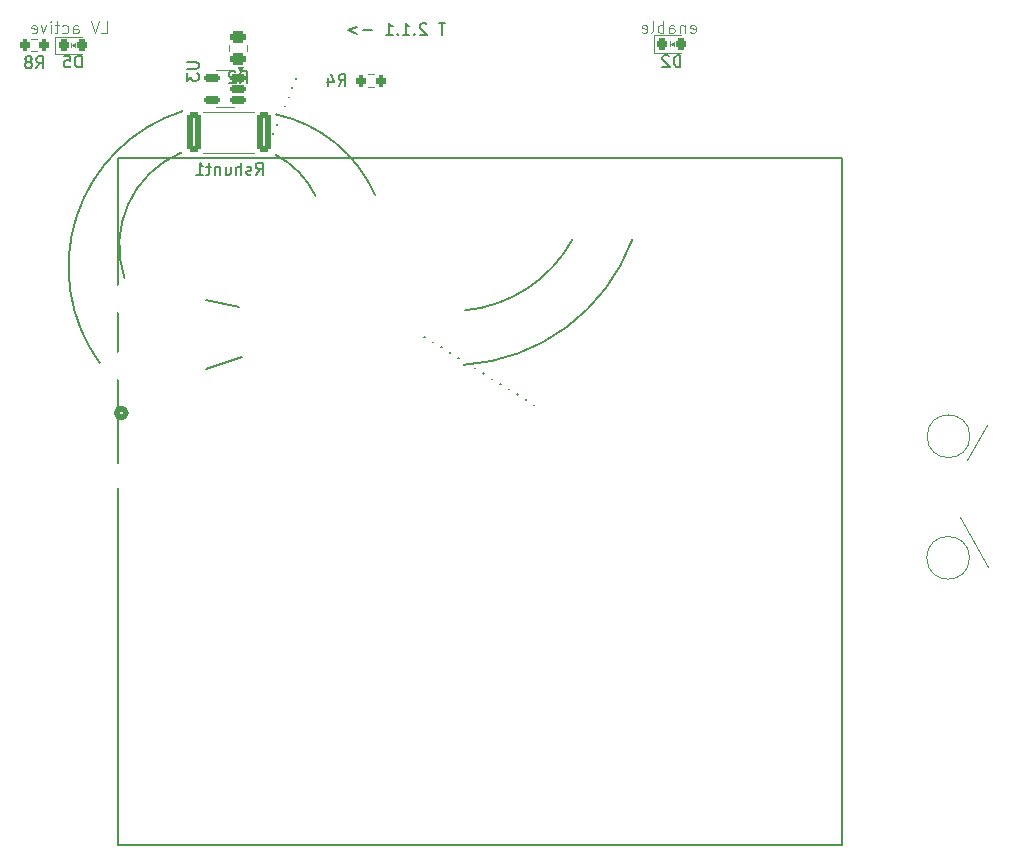
<source format=gbr>
%TF.GenerationSoftware,KiCad,Pcbnew,9.0.0*%
%TF.CreationDate,2025-03-29T15:41:40+01:00*%
%TF.ProjectId,TDK_DCDC_pcb,54444b5f-4443-4444-935f-7063622e6b69,rev?*%
%TF.SameCoordinates,Original*%
%TF.FileFunction,Legend,Bot*%
%TF.FilePolarity,Positive*%
%FSLAX46Y46*%
G04 Gerber Fmt 4.6, Leading zero omitted, Abs format (unit mm)*
G04 Created by KiCad (PCBNEW 9.0.0) date 2025-03-29 15:41:40*
%MOMM*%
%LPD*%
G01*
G04 APERTURE LIST*
G04 Aperture macros list*
%AMRoundRect*
0 Rectangle with rounded corners*
0 $1 Rounding radius*
0 $2 $3 $4 $5 $6 $7 $8 $9 X,Y pos of 4 corners*
0 Add a 4 corners polygon primitive as box body*
4,1,4,$2,$3,$4,$5,$6,$7,$8,$9,$2,$3,0*
0 Add four circle primitives for the rounded corners*
1,1,$1+$1,$2,$3*
1,1,$1+$1,$4,$5*
1,1,$1+$1,$6,$7*
1,1,$1+$1,$8,$9*
0 Add four rect primitives between the rounded corners*
20,1,$1+$1,$2,$3,$4,$5,0*
20,1,$1+$1,$4,$5,$6,$7,0*
20,1,$1+$1,$6,$7,$8,$9,0*
20,1,$1+$1,$8,$9,$2,$3,0*%
G04 Aperture macros list end*
%ADD10C,0.200000*%
%ADD11C,0.100000*%
%ADD12C,0.150000*%
%ADD13C,0.508000*%
%ADD14C,0.152400*%
%ADD15C,0.120000*%
%ADD16C,1.500000*%
%ADD17R,2.400000X2.400000*%
%ADD18C,2.400000*%
%ADD19R,2.000000X2.000000*%
%ADD20C,2.000000*%
%ADD21C,7.400000*%
%ADD22C,2.540000*%
%ADD23C,3.048000*%
%ADD24C,2.362200*%
%ADD25R,1.752600X1.752600*%
%ADD26R,2.768600X2.768600*%
%ADD27RoundRect,0.200000X0.200000X0.275000X-0.200000X0.275000X-0.200000X-0.275000X0.200000X-0.275000X0*%
%ADD28RoundRect,0.218750X-0.218750X-0.256250X0.218750X-0.256250X0.218750X0.256250X-0.218750X0.256250X0*%
%ADD29RoundRect,0.250000X0.450000X-0.262500X0.450000X0.262500X-0.450000X0.262500X-0.450000X-0.262500X0*%
%ADD30RoundRect,0.150000X0.512500X0.150000X-0.512500X0.150000X-0.512500X-0.150000X0.512500X-0.150000X0*%
%ADD31RoundRect,0.250000X0.362500X1.425000X-0.362500X1.425000X-0.362500X-1.425000X0.362500X-1.425000X0*%
G04 APERTURE END LIST*
D10*
X113894676Y-83241658D02*
G75*
G02*
X118700002Y-72584182I8105324J2757478D01*
G01*
D11*
X160090000Y-63380000D02*
X160090000Y-63180000D01*
X109370000Y-63290000D02*
X109370000Y-63670000D01*
D10*
X151799286Y-79966623D02*
G75*
G02*
X142716882Y-85948983I-10200086J5600123D01*
G01*
D11*
X160330000Y-63280000D02*
X160320000Y-63460000D01*
X109450000Y-63490000D02*
X109670000Y-63300000D01*
X185430110Y-106900000D02*
G75*
G02*
X181809890Y-106900000I-1810110J0D01*
G01*
X181809890Y-106900000D02*
G75*
G02*
X185430110Y-106900000I1810110J0D01*
G01*
D10*
X126730000Y-69360000D02*
G75*
G02*
X135099957Y-76180019I-2497200J-11610800D01*
G01*
D11*
X109370000Y-63490000D02*
X109370000Y-63290000D01*
X184590000Y-103460000D02*
X186990000Y-107690000D01*
D10*
X126698362Y-72787327D02*
G75*
G02*
X130060001Y-76260000I-3521762J-6772573D01*
G01*
D11*
X185460110Y-96610000D02*
G75*
G02*
X181839890Y-96610000I-1810110J0D01*
G01*
X181839890Y-96610000D02*
G75*
G02*
X185460110Y-96610000I1810110J0D01*
G01*
D10*
X123600000Y-85684177D02*
X120800000Y-85084177D01*
D11*
X109670000Y-63490000D02*
X109450000Y-63490000D01*
X160170000Y-63380000D02*
X160390000Y-63570000D01*
D10*
X148590000Y-93960000D02*
X148556026Y-93938886D01*
X147876555Y-93516608D02*
X147842582Y-93495494D01*
X147163111Y-93073216D02*
X147129137Y-93052102D01*
X146449666Y-92629824D02*
X146415692Y-92608710D01*
X145736221Y-92186431D02*
X145702247Y-92165318D01*
X145022776Y-91743039D02*
X144988803Y-91721925D01*
X144309332Y-91299647D02*
X144275358Y-91278533D01*
X143595887Y-90856255D02*
X143561913Y-90835141D01*
X142882442Y-90412863D02*
X142848468Y-90391749D01*
X142168997Y-89969471D02*
X142135024Y-89948357D01*
X141455553Y-89526079D02*
X141421579Y-89504965D01*
X140742108Y-89082686D02*
X140708134Y-89061572D01*
X140028663Y-88639294D02*
X139994689Y-88618180D01*
X139315218Y-88195902D02*
X139281245Y-88174788D01*
X123800000Y-89884177D02*
X120800000Y-90884177D01*
X156877327Y-79967409D02*
G75*
G02*
X142581898Y-90563771I-15300027J5700009D01*
G01*
D11*
X160170000Y-63380000D02*
X160390000Y-63190000D01*
X109610000Y-63390000D02*
X109600000Y-63570000D01*
X109450000Y-63490000D02*
X109670000Y-63680000D01*
X160090000Y-63180000D02*
X160090000Y-63560000D01*
X160390000Y-63380000D02*
X160170000Y-63380000D01*
D10*
X126500000Y-71000000D02*
X126515234Y-70963014D01*
X126819907Y-70223302D02*
X126835141Y-70186317D01*
X127139814Y-69446605D02*
X127155048Y-69409619D01*
X127459722Y-68669907D02*
X127474955Y-68632921D01*
X127779629Y-67893209D02*
X127794862Y-67856223D01*
X128099536Y-67116511D02*
X128114770Y-67079526D01*
X128419443Y-66339814D02*
X128434677Y-66302828D01*
D11*
X160390000Y-63570000D02*
X160390000Y-63190000D01*
D10*
X111790000Y-90410000D02*
G75*
G02*
X118799999Y-69084173I11203240J8132430D01*
G01*
D11*
X109670000Y-63680000D02*
X109670000Y-63300000D01*
X185180000Y-98660000D02*
X186950000Y-95640000D01*
X111919925Y-62472419D02*
X112396115Y-62472419D01*
X112396115Y-62472419D02*
X112396115Y-61472419D01*
X111729448Y-61472419D02*
X111396115Y-62472419D01*
X111396115Y-62472419D02*
X111062782Y-61472419D01*
X109538972Y-62472419D02*
X109538972Y-61948609D01*
X109538972Y-61948609D02*
X109586591Y-61853371D01*
X109586591Y-61853371D02*
X109681829Y-61805752D01*
X109681829Y-61805752D02*
X109872305Y-61805752D01*
X109872305Y-61805752D02*
X109967543Y-61853371D01*
X109538972Y-62424800D02*
X109634210Y-62472419D01*
X109634210Y-62472419D02*
X109872305Y-62472419D01*
X109872305Y-62472419D02*
X109967543Y-62424800D01*
X109967543Y-62424800D02*
X110015162Y-62329561D01*
X110015162Y-62329561D02*
X110015162Y-62234323D01*
X110015162Y-62234323D02*
X109967543Y-62139085D01*
X109967543Y-62139085D02*
X109872305Y-62091466D01*
X109872305Y-62091466D02*
X109634210Y-62091466D01*
X109634210Y-62091466D02*
X109538972Y-62043847D01*
X108634210Y-62424800D02*
X108729448Y-62472419D01*
X108729448Y-62472419D02*
X108919924Y-62472419D01*
X108919924Y-62472419D02*
X109015162Y-62424800D01*
X109015162Y-62424800D02*
X109062781Y-62377180D01*
X109062781Y-62377180D02*
X109110400Y-62281942D01*
X109110400Y-62281942D02*
X109110400Y-61996228D01*
X109110400Y-61996228D02*
X109062781Y-61900990D01*
X109062781Y-61900990D02*
X109015162Y-61853371D01*
X109015162Y-61853371D02*
X108919924Y-61805752D01*
X108919924Y-61805752D02*
X108729448Y-61805752D01*
X108729448Y-61805752D02*
X108634210Y-61853371D01*
X108348495Y-61805752D02*
X107967543Y-61805752D01*
X108205638Y-61472419D02*
X108205638Y-62329561D01*
X108205638Y-62329561D02*
X108158019Y-62424800D01*
X108158019Y-62424800D02*
X108062781Y-62472419D01*
X108062781Y-62472419D02*
X107967543Y-62472419D01*
X107634209Y-62472419D02*
X107634209Y-61805752D01*
X107634209Y-61472419D02*
X107681828Y-61520038D01*
X107681828Y-61520038D02*
X107634209Y-61567657D01*
X107634209Y-61567657D02*
X107586590Y-61520038D01*
X107586590Y-61520038D02*
X107634209Y-61472419D01*
X107634209Y-61472419D02*
X107634209Y-61567657D01*
X107253257Y-61805752D02*
X107015162Y-62472419D01*
X107015162Y-62472419D02*
X106777067Y-61805752D01*
X106015162Y-62424800D02*
X106110400Y-62472419D01*
X106110400Y-62472419D02*
X106300876Y-62472419D01*
X106300876Y-62472419D02*
X106396114Y-62424800D01*
X106396114Y-62424800D02*
X106443733Y-62329561D01*
X106443733Y-62329561D02*
X106443733Y-61948609D01*
X106443733Y-61948609D02*
X106396114Y-61853371D01*
X106396114Y-61853371D02*
X106300876Y-61805752D01*
X106300876Y-61805752D02*
X106110400Y-61805752D01*
X106110400Y-61805752D02*
X106015162Y-61853371D01*
X106015162Y-61853371D02*
X105967543Y-61948609D01*
X105967543Y-61948609D02*
X105967543Y-62043847D01*
X105967543Y-62043847D02*
X106443733Y-62139085D01*
D12*
X141056077Y-61619819D02*
X140484649Y-61619819D01*
X140770363Y-62619819D02*
X140770363Y-61619819D01*
X139437029Y-61715057D02*
X139389410Y-61667438D01*
X139389410Y-61667438D02*
X139294172Y-61619819D01*
X139294172Y-61619819D02*
X139056077Y-61619819D01*
X139056077Y-61619819D02*
X138960839Y-61667438D01*
X138960839Y-61667438D02*
X138913220Y-61715057D01*
X138913220Y-61715057D02*
X138865601Y-61810295D01*
X138865601Y-61810295D02*
X138865601Y-61905533D01*
X138865601Y-61905533D02*
X138913220Y-62048390D01*
X138913220Y-62048390D02*
X139484648Y-62619819D01*
X139484648Y-62619819D02*
X138865601Y-62619819D01*
X138437029Y-62524580D02*
X138389410Y-62572200D01*
X138389410Y-62572200D02*
X138437029Y-62619819D01*
X138437029Y-62619819D02*
X138484648Y-62572200D01*
X138484648Y-62572200D02*
X138437029Y-62524580D01*
X138437029Y-62524580D02*
X138437029Y-62619819D01*
X137437030Y-62619819D02*
X138008458Y-62619819D01*
X137722744Y-62619819D02*
X137722744Y-61619819D01*
X137722744Y-61619819D02*
X137817982Y-61762676D01*
X137817982Y-61762676D02*
X137913220Y-61857914D01*
X137913220Y-61857914D02*
X138008458Y-61905533D01*
X137008458Y-62524580D02*
X136960839Y-62572200D01*
X136960839Y-62572200D02*
X137008458Y-62619819D01*
X137008458Y-62619819D02*
X137056077Y-62572200D01*
X137056077Y-62572200D02*
X137008458Y-62524580D01*
X137008458Y-62524580D02*
X137008458Y-62619819D01*
X136008459Y-62619819D02*
X136579887Y-62619819D01*
X136294173Y-62619819D02*
X136294173Y-61619819D01*
X136294173Y-61619819D02*
X136389411Y-61762676D01*
X136389411Y-61762676D02*
X136484649Y-61857914D01*
X136484649Y-61857914D02*
X136579887Y-61905533D01*
X134817982Y-62238866D02*
X134056078Y-62238866D01*
X133579887Y-61953152D02*
X132817983Y-62238866D01*
X132817983Y-62238866D02*
X133579887Y-62524580D01*
D11*
X161805163Y-62414800D02*
X161900401Y-62462419D01*
X161900401Y-62462419D02*
X162090877Y-62462419D01*
X162090877Y-62462419D02*
X162186115Y-62414800D01*
X162186115Y-62414800D02*
X162233734Y-62319561D01*
X162233734Y-62319561D02*
X162233734Y-61938609D01*
X162233734Y-61938609D02*
X162186115Y-61843371D01*
X162186115Y-61843371D02*
X162090877Y-61795752D01*
X162090877Y-61795752D02*
X161900401Y-61795752D01*
X161900401Y-61795752D02*
X161805163Y-61843371D01*
X161805163Y-61843371D02*
X161757544Y-61938609D01*
X161757544Y-61938609D02*
X161757544Y-62033847D01*
X161757544Y-62033847D02*
X162233734Y-62129085D01*
X161328972Y-61795752D02*
X161328972Y-62462419D01*
X161328972Y-61890990D02*
X161281353Y-61843371D01*
X161281353Y-61843371D02*
X161186115Y-61795752D01*
X161186115Y-61795752D02*
X161043258Y-61795752D01*
X161043258Y-61795752D02*
X160948020Y-61843371D01*
X160948020Y-61843371D02*
X160900401Y-61938609D01*
X160900401Y-61938609D02*
X160900401Y-62462419D01*
X159995639Y-62462419D02*
X159995639Y-61938609D01*
X159995639Y-61938609D02*
X160043258Y-61843371D01*
X160043258Y-61843371D02*
X160138496Y-61795752D01*
X160138496Y-61795752D02*
X160328972Y-61795752D01*
X160328972Y-61795752D02*
X160424210Y-61843371D01*
X159995639Y-62414800D02*
X160090877Y-62462419D01*
X160090877Y-62462419D02*
X160328972Y-62462419D01*
X160328972Y-62462419D02*
X160424210Y-62414800D01*
X160424210Y-62414800D02*
X160471829Y-62319561D01*
X160471829Y-62319561D02*
X160471829Y-62224323D01*
X160471829Y-62224323D02*
X160424210Y-62129085D01*
X160424210Y-62129085D02*
X160328972Y-62081466D01*
X160328972Y-62081466D02*
X160090877Y-62081466D01*
X160090877Y-62081466D02*
X159995639Y-62033847D01*
X159519448Y-62462419D02*
X159519448Y-61462419D01*
X159519448Y-61843371D02*
X159424210Y-61795752D01*
X159424210Y-61795752D02*
X159233734Y-61795752D01*
X159233734Y-61795752D02*
X159138496Y-61843371D01*
X159138496Y-61843371D02*
X159090877Y-61890990D01*
X159090877Y-61890990D02*
X159043258Y-61986228D01*
X159043258Y-61986228D02*
X159043258Y-62271942D01*
X159043258Y-62271942D02*
X159090877Y-62367180D01*
X159090877Y-62367180D02*
X159138496Y-62414800D01*
X159138496Y-62414800D02*
X159233734Y-62462419D01*
X159233734Y-62462419D02*
X159424210Y-62462419D01*
X159424210Y-62462419D02*
X159519448Y-62414800D01*
X158471829Y-62462419D02*
X158567067Y-62414800D01*
X158567067Y-62414800D02*
X158614686Y-62319561D01*
X158614686Y-62319561D02*
X158614686Y-61462419D01*
X157709924Y-62414800D02*
X157805162Y-62462419D01*
X157805162Y-62462419D02*
X157995638Y-62462419D01*
X157995638Y-62462419D02*
X158090876Y-62414800D01*
X158090876Y-62414800D02*
X158138495Y-62319561D01*
X158138495Y-62319561D02*
X158138495Y-61938609D01*
X158138495Y-61938609D02*
X158090876Y-61843371D01*
X158090876Y-61843371D02*
X157995638Y-61795752D01*
X157995638Y-61795752D02*
X157805162Y-61795752D01*
X157805162Y-61795752D02*
X157709924Y-61843371D01*
X157709924Y-61843371D02*
X157662305Y-61938609D01*
X157662305Y-61938609D02*
X157662305Y-62033847D01*
X157662305Y-62033847D02*
X158138495Y-62129085D01*
D12*
X106416666Y-65454819D02*
X106749999Y-64978628D01*
X106988094Y-65454819D02*
X106988094Y-64454819D01*
X106988094Y-64454819D02*
X106607142Y-64454819D01*
X106607142Y-64454819D02*
X106511904Y-64502438D01*
X106511904Y-64502438D02*
X106464285Y-64550057D01*
X106464285Y-64550057D02*
X106416666Y-64645295D01*
X106416666Y-64645295D02*
X106416666Y-64788152D01*
X106416666Y-64788152D02*
X106464285Y-64883390D01*
X106464285Y-64883390D02*
X106511904Y-64931009D01*
X106511904Y-64931009D02*
X106607142Y-64978628D01*
X106607142Y-64978628D02*
X106988094Y-64978628D01*
X105845237Y-64883390D02*
X105940475Y-64835771D01*
X105940475Y-64835771D02*
X105988094Y-64788152D01*
X105988094Y-64788152D02*
X106035713Y-64692914D01*
X106035713Y-64692914D02*
X106035713Y-64645295D01*
X106035713Y-64645295D02*
X105988094Y-64550057D01*
X105988094Y-64550057D02*
X105940475Y-64502438D01*
X105940475Y-64502438D02*
X105845237Y-64454819D01*
X105845237Y-64454819D02*
X105654761Y-64454819D01*
X105654761Y-64454819D02*
X105559523Y-64502438D01*
X105559523Y-64502438D02*
X105511904Y-64550057D01*
X105511904Y-64550057D02*
X105464285Y-64645295D01*
X105464285Y-64645295D02*
X105464285Y-64692914D01*
X105464285Y-64692914D02*
X105511904Y-64788152D01*
X105511904Y-64788152D02*
X105559523Y-64835771D01*
X105559523Y-64835771D02*
X105654761Y-64883390D01*
X105654761Y-64883390D02*
X105845237Y-64883390D01*
X105845237Y-64883390D02*
X105940475Y-64931009D01*
X105940475Y-64931009D02*
X105988094Y-64978628D01*
X105988094Y-64978628D02*
X106035713Y-65073866D01*
X106035713Y-65073866D02*
X106035713Y-65264342D01*
X106035713Y-65264342D02*
X105988094Y-65359580D01*
X105988094Y-65359580D02*
X105940475Y-65407200D01*
X105940475Y-65407200D02*
X105845237Y-65454819D01*
X105845237Y-65454819D02*
X105654761Y-65454819D01*
X105654761Y-65454819D02*
X105559523Y-65407200D01*
X105559523Y-65407200D02*
X105511904Y-65359580D01*
X105511904Y-65359580D02*
X105464285Y-65264342D01*
X105464285Y-65264342D02*
X105464285Y-65073866D01*
X105464285Y-65073866D02*
X105511904Y-64978628D01*
X105511904Y-64978628D02*
X105559523Y-64931009D01*
X105559523Y-64931009D02*
X105654761Y-64883390D01*
X160950593Y-65354819D02*
X160950593Y-64354819D01*
X160950593Y-64354819D02*
X160712498Y-64354819D01*
X160712498Y-64354819D02*
X160569641Y-64402438D01*
X160569641Y-64402438D02*
X160474403Y-64497676D01*
X160474403Y-64497676D02*
X160426784Y-64592914D01*
X160426784Y-64592914D02*
X160379165Y-64783390D01*
X160379165Y-64783390D02*
X160379165Y-64926247D01*
X160379165Y-64926247D02*
X160426784Y-65116723D01*
X160426784Y-65116723D02*
X160474403Y-65211961D01*
X160474403Y-65211961D02*
X160569641Y-65307200D01*
X160569641Y-65307200D02*
X160712498Y-65354819D01*
X160712498Y-65354819D02*
X160950593Y-65354819D01*
X159998212Y-64450057D02*
X159950593Y-64402438D01*
X159950593Y-64402438D02*
X159855355Y-64354819D01*
X159855355Y-64354819D02*
X159617260Y-64354819D01*
X159617260Y-64354819D02*
X159522022Y-64402438D01*
X159522022Y-64402438D02*
X159474403Y-64450057D01*
X159474403Y-64450057D02*
X159426784Y-64545295D01*
X159426784Y-64545295D02*
X159426784Y-64640533D01*
X159426784Y-64640533D02*
X159474403Y-64783390D01*
X159474403Y-64783390D02*
X160045831Y-65354819D01*
X160045831Y-65354819D02*
X159426784Y-65354819D01*
X123666666Y-66704819D02*
X123999999Y-66228628D01*
X124238094Y-66704819D02*
X124238094Y-65704819D01*
X124238094Y-65704819D02*
X123857142Y-65704819D01*
X123857142Y-65704819D02*
X123761904Y-65752438D01*
X123761904Y-65752438D02*
X123714285Y-65800057D01*
X123714285Y-65800057D02*
X123666666Y-65895295D01*
X123666666Y-65895295D02*
X123666666Y-66038152D01*
X123666666Y-66038152D02*
X123714285Y-66133390D01*
X123714285Y-66133390D02*
X123761904Y-66181009D01*
X123761904Y-66181009D02*
X123857142Y-66228628D01*
X123857142Y-66228628D02*
X124238094Y-66228628D01*
X123285713Y-65800057D02*
X123238094Y-65752438D01*
X123238094Y-65752438D02*
X123142856Y-65704819D01*
X123142856Y-65704819D02*
X122904761Y-65704819D01*
X122904761Y-65704819D02*
X122809523Y-65752438D01*
X122809523Y-65752438D02*
X122761904Y-65800057D01*
X122761904Y-65800057D02*
X122714285Y-65895295D01*
X122714285Y-65895295D02*
X122714285Y-65990533D01*
X122714285Y-65990533D02*
X122761904Y-66133390D01*
X122761904Y-66133390D02*
X123333332Y-66704819D01*
X123333332Y-66704819D02*
X122714285Y-66704819D01*
X132009166Y-66954819D02*
X132342499Y-66478628D01*
X132580594Y-66954819D02*
X132580594Y-65954819D01*
X132580594Y-65954819D02*
X132199642Y-65954819D01*
X132199642Y-65954819D02*
X132104404Y-66002438D01*
X132104404Y-66002438D02*
X132056785Y-66050057D01*
X132056785Y-66050057D02*
X132009166Y-66145295D01*
X132009166Y-66145295D02*
X132009166Y-66288152D01*
X132009166Y-66288152D02*
X132056785Y-66383390D01*
X132056785Y-66383390D02*
X132104404Y-66431009D01*
X132104404Y-66431009D02*
X132199642Y-66478628D01*
X132199642Y-66478628D02*
X132580594Y-66478628D01*
X131152023Y-66288152D02*
X131152023Y-66954819D01*
X131390118Y-65907200D02*
X131628213Y-66621485D01*
X131628213Y-66621485D02*
X131009166Y-66621485D01*
X119154819Y-64938095D02*
X119964342Y-64938095D01*
X119964342Y-64938095D02*
X120059580Y-64985714D01*
X120059580Y-64985714D02*
X120107200Y-65033333D01*
X120107200Y-65033333D02*
X120154819Y-65128571D01*
X120154819Y-65128571D02*
X120154819Y-65319047D01*
X120154819Y-65319047D02*
X120107200Y-65414285D01*
X120107200Y-65414285D02*
X120059580Y-65461904D01*
X120059580Y-65461904D02*
X119964342Y-65509523D01*
X119964342Y-65509523D02*
X119154819Y-65509523D01*
X119154819Y-65890476D02*
X119154819Y-66509523D01*
X119154819Y-66509523D02*
X119535771Y-66176190D01*
X119535771Y-66176190D02*
X119535771Y-66319047D01*
X119535771Y-66319047D02*
X119583390Y-66414285D01*
X119583390Y-66414285D02*
X119631009Y-66461904D01*
X119631009Y-66461904D02*
X119726247Y-66509523D01*
X119726247Y-66509523D02*
X119964342Y-66509523D01*
X119964342Y-66509523D02*
X120059580Y-66461904D01*
X120059580Y-66461904D02*
X120107200Y-66414285D01*
X120107200Y-66414285D02*
X120154819Y-66319047D01*
X120154819Y-66319047D02*
X120154819Y-66033333D01*
X120154819Y-66033333D02*
X120107200Y-65938095D01*
X120107200Y-65938095D02*
X120059580Y-65890476D01*
X125014286Y-74454819D02*
X125347619Y-73978628D01*
X125585714Y-74454819D02*
X125585714Y-73454819D01*
X125585714Y-73454819D02*
X125204762Y-73454819D01*
X125204762Y-73454819D02*
X125109524Y-73502438D01*
X125109524Y-73502438D02*
X125061905Y-73550057D01*
X125061905Y-73550057D02*
X125014286Y-73645295D01*
X125014286Y-73645295D02*
X125014286Y-73788152D01*
X125014286Y-73788152D02*
X125061905Y-73883390D01*
X125061905Y-73883390D02*
X125109524Y-73931009D01*
X125109524Y-73931009D02*
X125204762Y-73978628D01*
X125204762Y-73978628D02*
X125585714Y-73978628D01*
X124633333Y-74407200D02*
X124538095Y-74454819D01*
X124538095Y-74454819D02*
X124347619Y-74454819D01*
X124347619Y-74454819D02*
X124252381Y-74407200D01*
X124252381Y-74407200D02*
X124204762Y-74311961D01*
X124204762Y-74311961D02*
X124204762Y-74264342D01*
X124204762Y-74264342D02*
X124252381Y-74169104D01*
X124252381Y-74169104D02*
X124347619Y-74121485D01*
X124347619Y-74121485D02*
X124490476Y-74121485D01*
X124490476Y-74121485D02*
X124585714Y-74073866D01*
X124585714Y-74073866D02*
X124633333Y-73978628D01*
X124633333Y-73978628D02*
X124633333Y-73931009D01*
X124633333Y-73931009D02*
X124585714Y-73835771D01*
X124585714Y-73835771D02*
X124490476Y-73788152D01*
X124490476Y-73788152D02*
X124347619Y-73788152D01*
X124347619Y-73788152D02*
X124252381Y-73835771D01*
X123776190Y-74454819D02*
X123776190Y-73454819D01*
X123347619Y-74454819D02*
X123347619Y-73931009D01*
X123347619Y-73931009D02*
X123395238Y-73835771D01*
X123395238Y-73835771D02*
X123490476Y-73788152D01*
X123490476Y-73788152D02*
X123633333Y-73788152D01*
X123633333Y-73788152D02*
X123728571Y-73835771D01*
X123728571Y-73835771D02*
X123776190Y-73883390D01*
X122442857Y-73788152D02*
X122442857Y-74454819D01*
X122871428Y-73788152D02*
X122871428Y-74311961D01*
X122871428Y-74311961D02*
X122823809Y-74407200D01*
X122823809Y-74407200D02*
X122728571Y-74454819D01*
X122728571Y-74454819D02*
X122585714Y-74454819D01*
X122585714Y-74454819D02*
X122490476Y-74407200D01*
X122490476Y-74407200D02*
X122442857Y-74359580D01*
X121966666Y-73788152D02*
X121966666Y-74454819D01*
X121966666Y-73883390D02*
X121919047Y-73835771D01*
X121919047Y-73835771D02*
X121823809Y-73788152D01*
X121823809Y-73788152D02*
X121680952Y-73788152D01*
X121680952Y-73788152D02*
X121585714Y-73835771D01*
X121585714Y-73835771D02*
X121538095Y-73931009D01*
X121538095Y-73931009D02*
X121538095Y-74454819D01*
X121204761Y-73788152D02*
X120823809Y-73788152D01*
X121061904Y-73454819D02*
X121061904Y-74311961D01*
X121061904Y-74311961D02*
X121014285Y-74407200D01*
X121014285Y-74407200D02*
X120919047Y-74454819D01*
X120919047Y-74454819D02*
X120823809Y-74454819D01*
X119966666Y-74454819D02*
X120538094Y-74454819D01*
X120252380Y-74454819D02*
X120252380Y-73454819D01*
X120252380Y-73454819D02*
X120347618Y-73597676D01*
X120347618Y-73597676D02*
X120442856Y-73692914D01*
X120442856Y-73692914D02*
X120538094Y-73740533D01*
X110250593Y-65384819D02*
X110250593Y-64384819D01*
X110250593Y-64384819D02*
X110012498Y-64384819D01*
X110012498Y-64384819D02*
X109869641Y-64432438D01*
X109869641Y-64432438D02*
X109774403Y-64527676D01*
X109774403Y-64527676D02*
X109726784Y-64622914D01*
X109726784Y-64622914D02*
X109679165Y-64813390D01*
X109679165Y-64813390D02*
X109679165Y-64956247D01*
X109679165Y-64956247D02*
X109726784Y-65146723D01*
X109726784Y-65146723D02*
X109774403Y-65241961D01*
X109774403Y-65241961D02*
X109869641Y-65337200D01*
X109869641Y-65337200D02*
X110012498Y-65384819D01*
X110012498Y-65384819D02*
X110250593Y-65384819D01*
X108774403Y-64384819D02*
X109250593Y-64384819D01*
X109250593Y-64384819D02*
X109298212Y-64861009D01*
X109298212Y-64861009D02*
X109250593Y-64813390D01*
X109250593Y-64813390D02*
X109155355Y-64765771D01*
X109155355Y-64765771D02*
X108917260Y-64765771D01*
X108917260Y-64765771D02*
X108822022Y-64813390D01*
X108822022Y-64813390D02*
X108774403Y-64861009D01*
X108774403Y-64861009D02*
X108726784Y-64956247D01*
X108726784Y-64956247D02*
X108726784Y-65194342D01*
X108726784Y-65194342D02*
X108774403Y-65289580D01*
X108774403Y-65289580D02*
X108822022Y-65337200D01*
X108822022Y-65337200D02*
X108917260Y-65384819D01*
X108917260Y-65384819D02*
X109155355Y-65384819D01*
X109155355Y-65384819D02*
X109250593Y-65337200D01*
X109250593Y-65337200D02*
X109298212Y-65289580D01*
D13*
%TO.C,LV_out1*%
X113994551Y-94632577D02*
G75*
G02*
X113232551Y-94632577I-381000J0D01*
G01*
X113232551Y-94632577D02*
G75*
G02*
X113994551Y-94632577I381000J0D01*
G01*
D14*
%TO.C,U1*%
X113352189Y-73086998D02*
X113352189Y-131252998D01*
X113352189Y-131252998D02*
X174616989Y-131252998D01*
X174616989Y-73086998D02*
X113352189Y-73086998D01*
X174616989Y-131252998D02*
X174616989Y-73086998D01*
D15*
%TO.C,R8*%
X106012742Y-62977500D02*
X106487258Y-62977500D01*
X106012742Y-64022500D02*
X106487258Y-64022500D01*
%TO.C,D2*%
X158727499Y-62665000D02*
X158727499Y-64135000D01*
X158727499Y-64135000D02*
X161012499Y-64135000D01*
X161012499Y-62665000D02*
X158727499Y-62665000D01*
%TO.C,R2*%
X122765000Y-63522936D02*
X122765000Y-63977064D01*
X124235000Y-63522936D02*
X124235000Y-63977064D01*
%TO.C,R4*%
X134987258Y-65977500D02*
X134512742Y-65977500D01*
X134987258Y-67022500D02*
X134512742Y-67022500D01*
%TO.C,U3*%
X121600000Y-65624177D02*
X122400000Y-65624176D01*
X121600000Y-68744177D02*
X122400000Y-68744178D01*
X123200000Y-65624177D02*
X122400000Y-65624176D01*
X123200000Y-68744177D02*
X122400000Y-68744178D01*
X123700000Y-65674177D02*
X123460000Y-65344177D01*
X123940000Y-65344177D01*
X123700000Y-65674177D01*
G36*
X123700000Y-65674177D02*
G01*
X123460000Y-65344177D01*
X123940000Y-65344177D01*
X123700000Y-65674177D01*
G37*
%TO.C,Rshunt1*%
X120522936Y-69174177D02*
X124877064Y-69174177D01*
X120522936Y-72594177D02*
X124877064Y-72594177D01*
%TO.C,D5*%
X108027499Y-62765000D02*
X108027499Y-64235000D01*
X108027499Y-64235000D02*
X110312499Y-64235000D01*
X110312499Y-62765000D02*
X108027499Y-62765000D01*
%TD*%
%LPC*%
D16*
%TO.C,C3*%
X130766058Y-113762876D03*
X137837126Y-120833944D03*
%TD*%
D17*
%TO.C,C1*%
X153000000Y-117823959D03*
D18*
X153000000Y-112823959D03*
%TD*%
D19*
%TO.C,C10*%
X110367678Y-72700000D03*
D20*
X105367678Y-72700000D03*
%TD*%
D21*
%TO.C,U6*%
X118590000Y-78030000D03*
%TD*%
D18*
%TO.C,C6*%
X166000000Y-117823959D03*
X166000000Y-112823959D03*
%TD*%
D16*
%TO.C,C2*%
X145000000Y-113500000D03*
X137928932Y-106428932D03*
%TD*%
D21*
%TO.C,U7*%
X118590000Y-126330000D03*
%TD*%
D19*
%TO.C,C9*%
X135132323Y-97500000D03*
D20*
X140132323Y-97500000D03*
%TD*%
D22*
%TO.C,HV_in1*%
X183639999Y-96540000D03*
X183639999Y-106840000D03*
%TD*%
D19*
%TO.C,C11*%
X113632323Y-100000000D03*
D20*
X118632323Y-100000000D03*
%TD*%
D19*
%TO.C,C8*%
X154604323Y-70485000D03*
D20*
X159604323Y-70485000D03*
%TD*%
D21*
%TO.C,U5*%
X169390000Y-78030000D03*
%TD*%
D19*
%TO.C,D1*%
X172805000Y-122710000D03*
D20*
X172805000Y-127789999D03*
%TD*%
D18*
%TO.C,F2*%
X138950000Y-89589177D03*
D17*
X138950000Y-86189177D03*
D18*
X125480000Y-89589177D03*
X125480000Y-86189177D03*
%TD*%
D23*
%TO.C,LV_out1*%
X106313550Y-87850777D03*
D24*
X113613551Y-90700779D03*
X113613551Y-85000776D03*
X119113551Y-90700779D03*
X119113550Y-85000775D03*
%TD*%
D25*
%TO.C,U1*%
X152880000Y-126320000D03*
X143990000Y-126320000D03*
X135100000Y-126320000D03*
D26*
X130020000Y-78020000D03*
X135100000Y-78020000D03*
D25*
X140180000Y-78020000D03*
X143990000Y-78020000D03*
X147800000Y-78020000D03*
D26*
X152880000Y-78020000D03*
X157960000Y-78020000D03*
%TD*%
D27*
%TO.C,R8*%
X107075000Y-63500000D03*
X105425000Y-63500000D03*
%TD*%
D28*
%TO.C,D2*%
X159424998Y-63400000D03*
X161000000Y-63400000D03*
%TD*%
D29*
%TO.C,R2*%
X123500000Y-64662500D03*
X123500000Y-62837500D03*
%TD*%
D27*
%TO.C,R4*%
X135575000Y-66500000D03*
X133925000Y-66500000D03*
%TD*%
D30*
%TO.C,U3*%
X123537500Y-66234178D03*
X123537500Y-67184177D03*
X123537500Y-68134176D03*
X121262500Y-68134176D03*
X121262500Y-66234178D03*
%TD*%
D31*
%TO.C,Rshunt1*%
X125662500Y-70884177D03*
X119737500Y-70884177D03*
%TD*%
D28*
%TO.C,D5*%
X108724998Y-63500000D03*
X110300000Y-63500000D03*
%TD*%
%LPD*%
M02*

</source>
